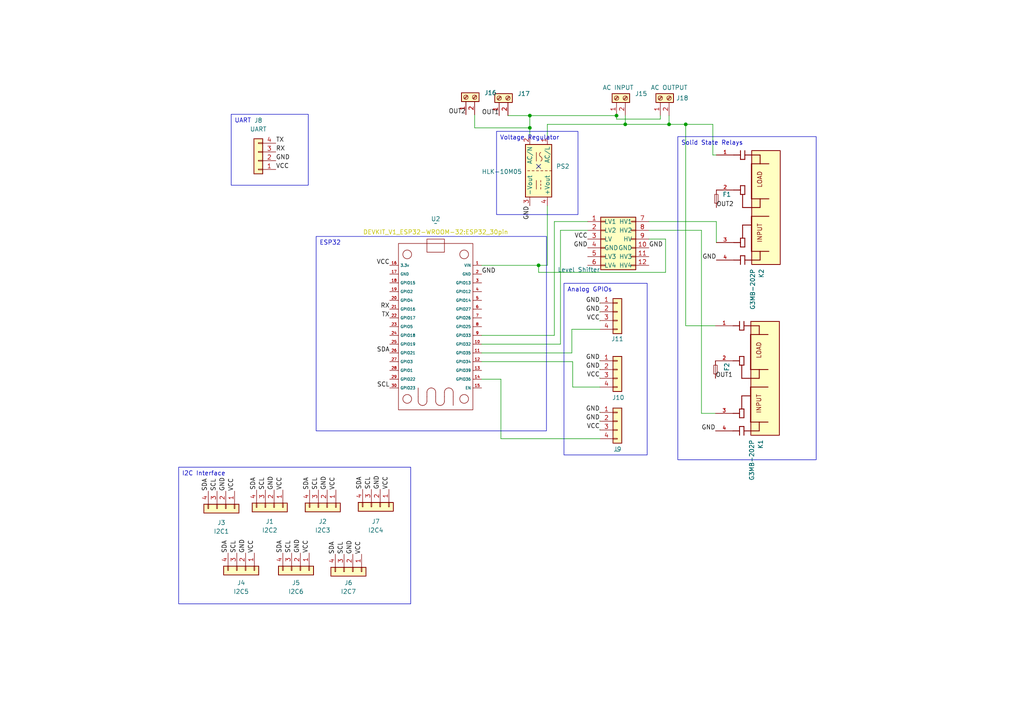
<source format=kicad_sch>
(kicad_sch (version 20250114) (generator "eeschema") (generator_version "9.0")
  (paper "A4")
  (title_block (title "Weather Station") (date "2025-07-21") (company "IIT DELHI"))
  (lib_symbols
    (symbol "Connector:Screw_Terminal_01x02" (pin_names (offset 1.016) (hide yes))
      (property "Reference" "J" (at 0 2.54 0))
      (property "Value" "Screw_Terminal_01x02" (at 0 -5.08 0))
      (symbol "Screw_Terminal_01x02_1_1"
        (rectangle (start -1.27 1.27) (end 1.27 -3.81) (stroke (width 0.254)) (fill (type background)))
        (polyline (pts (xy -0.5334 0.3302) (xy 0.3302 -0.508)) (stroke (width 0.1524)))
        (polyline (pts (xy -0.5334 -2.2098) (xy 0.3302 -3.048)) (stroke (width 0.1524)))
        (polyline (pts (xy -0.3556 0.508) (xy 0.508 -0.3302)) (stroke (width 0.1524)))
        (polyline (pts (xy -0.3556 -2.032) (xy 0.508 -2.8702)) (stroke (width 0.1524)))
        (circle (center 0 0) (radius 0.635) (stroke (width 0.1524)))
        (circle (center 0 -2.54) (radius 0.635) (stroke (width 0.1524)))
        (pin passive line (at -5.08 0 0) (length 3.81) (name "Pin_1") (number "1"))
        (pin passive line (at -5.08 -2.54 0) (length 3.81) (name "Pin_2") (number "2"))
      )
    )
    (symbol "Connector_Generic:Conn_01x04" (pin_names (offset 1.016) (hide yes))
      (property "Reference" "J" (at 0 5.08 0))
      (property "Value" "Conn_01x04" (at 0 -7.62 0))
      (symbol "Conn_01x04_1_1"
        (rectangle (start -1.27 3.81) (end 1.27 -6.35) (stroke (width 0.254)) (fill (type background)))
        (rectangle (start -1.27 2.667) (end 0 2.413) (stroke (width 0.1524)))
        (rectangle (start -1.27 0.127) (end 0 -0.127) (stroke (width 0.1524)))
        (rectangle (start -1.27 -2.413) (end 0 -2.667) (stroke (width 0.1524)))
        (rectangle (start -1.27 -4.953) (end 0 -5.207) (stroke (width 0.1524)))
        (pin passive line (at -5.08 2.54 0) (length 3.81) (name "Pin_1") (number "1"))
        (pin passive line (at -5.08 0 0) (length 3.81) (name "Pin_2") (number "2"))
        (pin passive line (at -5.08 -2.54 0) (length 3.81) (name "Pin_3") (number "3"))
        (pin passive line (at -5.08 -5.08 0) (length 3.81) (name "Pin_4") (number "4"))
      )
    )
    (symbol "Converter_ACDC:HLK-10M05"
      (property "Reference" "PS" (at 0 5.08 0))
      (property "Value" "HLK-10M05" (at 0 -5.08 0))
      (symbol "HLK-10M05_0_1"
        (rectangle (start -7.62 3.81) (end 7.62 -3.81) (stroke (width 0.254)) (fill (type background)))
        (polyline (pts (xy -5.334 -0.635) (xy -2.794 -0.635)))
        (arc (start -4.064 0.635) (mid -4.699 0.2495) (end -5.334 0.635))
        (arc (start -4.064 0.635) (mid -3.429 1.0072) (end -2.794 0.635))
        (polyline (pts (xy 0 3.81) (xy 0 3.175)))
        (polyline (pts (xy 0 2.54) (xy 0 1.905)))
        (polyline (pts (xy 0 1.27) (xy 0 0.635)))
        (polyline (pts (xy 0 0) (xy 0 -0.635)))
        (polyline (pts (xy 0 -1.27) (xy 0 -1.905)))
        (polyline (pts (xy 0 -2.54) (xy 0 -3.175)))
        (polyline (pts (xy 2.794 0.635) (xy 3.302 0.635)))
        (polyline (pts (xy 2.794 -0.635) (xy 5.334 -0.635)))
        (polyline (pts (xy 3.81 0.635) (xy 4.318 0.635)))
        (polyline (pts (xy 4.826 0.635) (xy 5.334 0.635)))
      )
      (symbol "HLK-10M05_1_1"
        (pin power_in line (at -10.16 2.54 0) (length 2.54) (name "AC/L") (number "1"))
        (pin power_in line (at -10.16 -2.54 0) (length 2.54) (name "AC/N") (number "2"))
        (pin power_out line (at 10.16 2.54 180) (length 2.54) (name "+Vout") (number "4"))
        (pin power_out line (at 10.16 -2.54 180) (length 2.54) (name "-Vout") (number "3"))
      )
    )
    (symbol "Device:Fuse_Small" (pin_numbers (hide yes)) (pin_names (offset 0.254) (hide yes))
      (property "Reference" "F" (at 0 -1.524 0))
      (property "Value" "Fuse_Small" (at 0 1.524 0))
      (symbol "Fuse_Small_0_1"
        (rectangle (start -1.27 0.508) (end 1.27 -0.508))
        (polyline (pts (xy -1.27 0) (xy 1.27 0)))
      )
      (symbol "Fuse_Small_1_1"
        (pin passive line (at -2.54 0 0) (length 1.27) (name "~") (number "1"))
        (pin passive line (at 2.54 0 180) (length 1.27) (name "~") (number "2"))
      )
    )
    (symbol "G3MB-202P:G3MB-202P" (pin_names (offset 1.016))
      (property "Reference" "K" (at -4.4597 15.8839 0))
      (property "Value" "G3MB-202P" (at -4.4511 -6.9878 0))
      (symbol "G3MB-202P_0_0"
        (polyline (pts (xy -16.51 5.715) (xy -15.24 5.715)) (stroke (width 0.254)))
        (rectangle (start -16.51 -5.8208) (end 16.51 2.4342) (stroke (width 0.254)) (fill (type background)))
        (polyline (pts (xy -15.24 7.62) (xy -15.24 5.715)) (stroke (width 0.254)))
        (polyline (pts (xy -15.24 5.715) (xy -13.97 5.715)) (stroke (width 0.254)))
        (polyline (pts (xy -15.24 4.445) (xy -16.51 4.445)) (stroke (width 0.254)))
        (polyline (pts (xy -15.24 4.445) (xy -15.24 0)) (stroke (width 0.254)))
        (polyline (pts (xy -13.97 5.715) (xy -13.97 4.445)) (stroke (width 0.254)))
        (polyline (pts (xy -13.97 4.445) (xy -15.24 4.445)) (stroke (width 0.254)))
        (polyline (pts (xy -12.7 2.54) (xy -5.08 2.54)) (stroke (width 0.254)))
        (polyline (pts (xy -12.7 0) (xy -15.24 0)) (stroke (width 0.254)))
        (polyline (pts (xy -12.7 0) (xy -12.7 2.54)) (stroke (width 0.254)))
        (polyline (pts (xy -12.7 -2.54) (xy -12.7 0)) (stroke (width 0.254)))
        (polyline (pts (xy -11.43 5.715) (xy -10.16 5.715)) (stroke (width 0.254)))
        (polyline (pts (xy -11.43 4.445) (xy -11.43 5.715)) (stroke (width 0.254)))
        (polyline (pts (xy -10.16 7.62) (xy -10.16 5.715)) (stroke (width 0.254)))
        (polyline (pts (xy -10.16 5.715) (xy -8.89 5.715)) (stroke (width 0.254)))
        (polyline (pts (xy -8.89 5.715) (xy -8.89 4.445)) (stroke (width 0.254)))
        (polyline (pts (xy -8.89 4.445) (xy -11.43 4.445)) (stroke (width 0.254)))
        (polyline (pts (xy -5.08 5.08) (xy -8.89 5.08)) (stroke (width 0.254)))
        (polyline (pts (xy -5.08 2.54) (xy -5.08 5.08)) (stroke (width 0.254)))
        (polyline (pts (xy -5.08 2.54) (xy -2.54 2.54)) (stroke (width 0.254)))
        (polyline (pts (xy -2.54 2.54) (xy -2.54 -2.54)) (stroke (width 0.254)))
        (polyline (pts (xy 0 5.08) (xy 3.81 5.08)) (stroke (width 0.254)))
        (polyline (pts (xy 0 0) (xy 0 5.08)) (stroke (width 0.254)))
        (polyline (pts (xy 2.54 2.54) (xy 2.54 0)) (stroke (width 0.254)))
        (polyline (pts (xy 2.54 0) (xy 0 0)) (stroke (width 0.254)))
        (polyline (pts (xy 2.54 0) (xy 2.54 -2.54)) (stroke (width 0.254)))
        (polyline (pts (xy 3.81 5.715) (xy 3.81 4.445)) (stroke (width 0.254)))
        (polyline (pts (xy 3.81 4.445) (xy 6.35 4.445)) (stroke (width 0.254)))
        (polyline (pts (xy 5.08 7.62) (xy 5.08 5.715)) (stroke (width 0.254)))
        (polyline (pts (xy 5.08 5.715) (xy 3.81 5.715)) (stroke (width 0.254)))
        (polyline (pts (xy 6.35 5.715) (xy 5.08 5.715)) (stroke (width 0.254)))
        (polyline (pts (xy 6.35 4.445) (xy 6.35 5.715)) (stroke (width 0.254)))
        (polyline (pts (xy 12.7 2.54) (xy 2.54 2.54)) (stroke (width 0.254)))
        (polyline (pts (xy 12.7 0) (xy 12.7 2.54)) (stroke (width 0.254)))
        (polyline (pts (xy 12.7 0) (xy 15.24 0)) (stroke (width 0.254)))
        (polyline (pts (xy 12.7 -2.54) (xy 12.7 0)) (stroke (width 0.254)))
        (polyline (pts (xy 13.97 5.715) (xy 13.97 4.445)) (stroke (width 0.254)))
        (polyline (pts (xy 13.97 4.445) (xy 15.24 4.445)) (stroke (width 0.254)))
        (polyline (pts (xy 15.24 7.62) (xy 15.24 5.715)) (stroke (width 0.254)))
        (polyline (pts (xy 15.24 5.715) (xy 13.97 5.715)) (stroke (width 0.254)))
        (polyline (pts (xy 15.24 4.445) (xy 15.24 0)) (stroke (width 0.254)))
        (polyline (pts (xy 15.24 4.445) (xy 16.51 4.445)) (stroke (width 0.254)))
        (polyline (pts (xy 16.51 5.715) (xy 15.24 5.715)) (stroke (width 0.254)))
        (text "INPUT" (at -10.1712 -0.6357 0) (effects (font (size 1.2714 1.2714)) (justify left bottom)))
        (text "LOAD" (at 5.7234 -0.6359 0) (effects (font (size 1.2719 1.2719)) (justify left bottom)))
        (pin input line (at -15.24 12.7 270) (length 5.08) (name "~") (number "4"))
        (pin input line (at -10.16 12.7 270) (length 5.08) (name "~") (number "3"))
        (pin passive line (at 5.08 12.7 270) (length 5.08) (name "~") (number "2"))
        (pin passive line (at 15.24 12.7 270) (length 5.08) (name "~") (number "1"))
      )
    )
    (symbol "Screw_Terminal_01x02_1" (pin_names (offset 1.016) (hide yes))
      (property "Reference" "J" (at 0 2.54 0))
      (property "Value" "Screw_Terminal_01x02" (at 0 -5.08 0))
      (symbol "Screw_Terminal_01x02_1_1_1"
        (rectangle (start -1.27 1.27) (end 1.27 -3.81) (stroke (width 0.254)) (fill (type background)))
        (polyline (pts (xy -0.5334 0.3302) (xy 0.3302 -0.508)) (stroke (width 0.1524)))
        (polyline (pts (xy -0.5334 -2.2098) (xy 0.3302 -3.048)) (stroke (width 0.1524)))
        (polyline (pts (xy -0.3556 0.508) (xy 0.508 -0.3302)) (stroke (width 0.1524)))
        (polyline (pts (xy -0.3556 -2.032) (xy 0.508 -2.8702)) (stroke (width 0.1524)))
        (circle (center 0 0) (radius 0.635) (stroke (width 0.1524)))
        (circle (center 0 -2.54) (radius 0.635) (stroke (width 0.1524)))
        (pin passive line (at -5.08 0 0) (length 3.81) (name "Pin_1") (number "1"))
        (pin passive line (at -5.08 -2.54 0) (length 3.81) (name "Pin_2") (number "2"))
      )
    )
    (symbol "User:Level_Shifter" (pin_names (offset 1.016))
      (property "Value" "Level Shifter" (at 3.81 -11.43 0))
      (symbol "Level_Shifter_1_1"
        (rectangle (start -1.27 6.35) (end 8.89 -8.89) (stroke (width 0.254)) (fill (type background)))
        (rectangle (start -1.27 5.207) (end 0 4.953) (stroke (width 0.1524)))
        (rectangle (start -1.27 2.667) (end 0 2.413) (stroke (width 0.1524)))
        (rectangle (start -1.27 0.127) (end 0 -0.127) (stroke (width 0.1524)))
        (rectangle (start -1.27 -2.413) (end 0 -2.667) (stroke (width 0.1524)))
        (rectangle (start -1.27 -4.953) (end 0 -5.207) (stroke (width 0.1524)))
        (rectangle (start -1.27 -7.493) (end 0 -7.747) (stroke (width 0.1524)))
        (rectangle (start 8.89 5.207) (end 7.62 4.953) (stroke (width 0.1524)))
        (rectangle (start 8.89 2.667) (end 7.62 2.413) (stroke (width 0.1524)))
        (rectangle (start 8.89 0.127) (end 7.62 -0.127) (stroke (width 0.1524)))
        (rectangle (start 8.89 -2.413) (end 7.62 -2.667) (stroke (width 0.1524)))
        (rectangle (start 8.89 -4.953) (end 7.62 -5.207) (stroke (width 0.1524)))
        (rectangle (start 8.89 -7.493) (end 7.62 -7.747) (stroke (width 0.1524)))
        (pin bidirectional line (at -5.08 5.08 0) (length 3.81) (name "LV1") (number "1"))
        (pin bidirectional line (at -5.08 2.54 0) (length 3.81) (name "LV2") (number "2"))
        (pin power_in line (at -5.08 0 0) (length 3.81) (name "LV") (number "3"))
        (pin power_in line (at -5.08 -2.54 0) (length 3.81) (name "GND") (number "4"))
        (pin bidirectional line (at -5.08 -5.08 0) (length 3.81) (name "LV3") (number "5"))
        (pin bidirectional line (at -5.08 -7.62 0) (length 3.81) (name "LV4") (number "6"))
        (pin passive line (at 12.7 5.08 180) (length 3.81) (name "HV1") (number "7"))
        (pin bidirectional line (at 12.7 2.54 180) (length 3.81) (name "HV2") (number "8"))
        (pin power_in line (at 12.7 0 180) (length 3.81) (name "HV") (number "9"))
        (pin power_in line (at 12.7 -2.54 180) (length 3.81) (name "GND") (number "10"))
        (pin bidirectional line (at 12.7 -5.08 180) (length 3.81) (name "HV3") (number "11"))
        (pin bidirectional line (at 12.7 -7.62 180) (length 3.81) (name "HV4") (number "12"))
      )
    )
    (symbol "esp32_30pin:ESP32_30Pin"
      (property "Reference" "U" (at 0 0 0))
      (property "Footprint" "ESP32_30pin" (at 0 -2.54 0))
      (symbol "ESP32_30Pin_0_1"
        (rectangle (start -24.13 10.795) (end 24.13 -10.795))
        (polyline (pts (xy -21.59 5.08) (xy -20.32 5.08)))
        (polyline (pts (xy -21.59 2.54) (xy -20.32 2.54)))
        (polyline (pts (xy -21.59 0) (xy -20.32 0)))
        (polyline (pts (xy -21.59 -2.54) (xy -20.32 -2.54)))
        (arc (start -21.5975 2.5325) (mid -22.4933 2.9067) (end -22.8675 3.8025))
        (arc (start -21.5975 -2.5475) (mid -22.4933 -2.1733) (end -22.8675 -1.2775))
        (arc (start -22.86 3.81) (mid -22.4873 4.7073) (end -21.59 5.08))
        (arc (start -22.86 -1.27) (mid -22.4873 -0.3727) (end -21.59 0))
        (circle (center -20.955 8.255) (radius 1.27))
        (circle (center -20.955 -8.255) (radius 1.27))
        (polyline (pts (xy -20.32 5.08) (xy -17.78 5.08)))
        (polyline (pts (xy -20.32 -5.08) (xy -22.86 -5.08)))
        (arc (start -17.7775 1.2675) (mid -18.1502 0.3702) (end -19.0475 -0.0025))
        (arc (start -17.7775 -3.8125) (mid -18.1502 -4.7098) (end -19.0475 -5.0825))
        (arc (start -19.04 2.545) (mid -18.1442 2.1708) (end -17.77 1.275))
        (arc (start -19.04 -2.535) (mid -18.1442 -2.9092) (end -17.77 -3.805))
        (polyline (pts (xy -19.0475 2.5375) (xy -20.3175 2.5375)))
        (polyline (pts (xy -19.0475 -0.0025) (xy -20.3175 -0.0025)))
        (polyline (pts (xy -19.0475 -2.5425) (xy -20.3175 -2.5425)))
        (polyline (pts (xy -19.0475 -5.0825) (xy -20.3175 -5.0825)))
        (circle (center 20.955 8.255) (radius 1.27))
        (circle (center 20.955 -8.255) (radius 1.27))
        (rectangle (start 21.59 2.54) (end 25.4 -2.54))
      )
      (symbol "ESP32_30Pin_1_1"
        (pin bidirectional line (at -17.78 13.335 270) (length 2.54) (name "GPIO23") (number "30"))
        (pin bidirectional line (at -17.78 -13.335 90) (length 2.54) (name "EN") (number "15"))
        (pin bidirectional line (at -15.24 13.335 270) (length 2.54) (name "GPIO22") (number "29"))
        (pin bidirectional line (at -15.24 -13.335 90) (length 2.54) (name "GPIO36") (number "14"))
        (pin bidirectional line (at -12.7 13.335 270) (length 2.54) (name "GPIO1") (number "28"))
        (pin bidirectional line (at -12.7 -13.335 90) (length 2.54) (name "GPIO39") (number "13"))
        (pin bidirectional line (at -10.16 13.335 270) (length 2.54) (name "GPIO3") (number "27"))
        (pin bidirectional line (at -10.16 -13.335 90) (length 2.54) (name "GPIO34") (number "12"))
        (pin bidirectional line (at -7.62 13.335 270) (length 2.54) (name "GPIO21") (number "26"))
        (pin bidirectional line (at -7.62 -13.335 90) (length 2.54) (name "GPIO35") (number "11"))
        (pin bidirectional line (at -5.08 13.335 270) (length 2.54) (name "GPIO19") (number "25"))
        (pin bidirectional line (at -5.08 -13.335 90) (length 2.54) (name "GPIO32") (number "10"))
        (pin bidirectional line (at -2.54 13.335 270) (length 2.54) (name "GPIO18") (number "24"))
        (pin bidirectional line (at -2.54 -13.335 90) (length 2.54) (name "GPIO33") (number "9"))
        (pin bidirectional line (at 0 13.335 270) (length 2.54) (name "GPIO5") (number "23"))
        (pin bidirectional line (at 0 -13.335 90) (length 2.54) (name "GPIO25") (number "8"))
        (pin bidirectional line (at 2.54 13.335 270) (length 2.54) (name "GPIO17") (number "22"))
        (pin bidirectional line (at 2.54 -13.335 90) (length 2.54) (name "GPIO26") (number "7"))
        (pin bidirectional line (at 5.08 13.335 270) (length 2.54) (name "GPIO16") (number "21"))
        (pin bidirectional line (at 5.08 -13.335 90) (length 2.54) (name "GPIO27") (number "6"))
        (pin bidirectional line (at 7.62 13.335 270) (length 2.54) (name "GPIO4") (number "20"))
        (pin bidirectional line (at 7.62 -13.335 90) (length 2.54) (name "GPIO14") (number "5"))
        (pin bidirectional line (at 10.16 13.335 270) (length 2.54) (name "GPIO2") (number "19"))
        (pin bidirectional line (at 10.16 -13.335 90) (length 2.54) (name "GPIO12") (number "4"))
        (pin bidirectional line (at 12.7 13.335 270) (length 2.54) (name "GPIO15") (number "18"))
        (pin bidirectional line (at 12.7 -13.335 90) (length 2.54) (name "GPIO13") (number "3"))
        (pin power_in line (at 15.24 13.335 270) (length 2.54) (name "GND") (number "17"))
        (pin bidirectional line (at 15.24 -13.335 90) (length 2.54) (name "GND") (number "2"))
        (pin output line (at 17.78 13.335 270) (length 2.54) (name "3.3v") (number "16"))
        (pin power_out line (at 17.78 -13.335 90) (length 2.54) (name "VIN") (number "1"))
      )
    )
  )
  (text_box "Solid State Relays" (at 196.596 39.624 0) (size 40.132 93.726) (margins 0.9525 0.9525 0.9525 0.9525) (effects (font (size 1.27 1.27)) (justify left top)))
  (text_box "I2C Interface" (at 51.816 135.509 0) (size 67.31 39.624) (margins 0.9525 0.9525 0.9525 0.9525) (effects (font (size 1.27 1.27)) (justify left top)))
  (text_box "UART" (at 67.056 33.147 0) (size 22.352 20.574) (margins 0.9525 0.9525 0.9525 0.9525) (effects (font (size 1.27 1.27)) (justify left top)))
  (text_box "Analog GPIOs" (at 163.576 82.169 0) (size 24.13 49.784) (margins 0.9525 0.9525 0.9525 0.9525) (effects (font (size 1.27 1.27)) (justify left top)))
  (text_box "Voltage Regulator" (at 144.018 38.1 0) (size 23.622 24.13) (margins 0.9525 0.9525 0.9525 0.9525) (effects (font (size 1.27 1.27)) (justify left top)))
  (text_box "ESP32" (at 91.694 68.58 0) (size 66.802 56.388) (margins 0.9525 0.9525 0.9525 0.9525) (effects (font (size 1.27 1.27)) (justify left top)))
  (junction (at 156.21 76.962))
  (junction (at 194.056 36.068))
  (junction (at 153.67 37.084))
  (junction (at 198.882 36.068))
  (junction (at 178.816 33.528))
  (junction (at 153.67 33.528))
  (junction (at 181.356 36.068))
  (no_connect (at 156.21 48.26))
  (wire (pts (xy 162.56 66.802) (xy 162.56 99.822)))
  (wire (pts (xy 153.67 33.528) (xy 178.816 33.528)))
  (wire (pts (xy 170.434 66.802) (xy 162.56 66.802)))
  (wire (pts (xy 165.862 95.504) (xy 165.862 102.362)))
  (wire (pts (xy 160.782 64.262) (xy 170.434 64.262)))
  (wire (pts (xy 145.288 127.254) (xy 145.288 109.982)))
  (wire (pts (xy 198.882 36.068) (xy 198.882 94.488)))
  (wire (pts (xy 153.67 37.084) (xy 153.67 39.37)))
  (wire (pts (xy 160.782 97.282) (xy 139.7 97.282)))
  (wire (pts (xy 165.862 102.362) (xy 139.7 102.362)))
  (wire (pts (xy 207.518 94.488) (xy 198.882 94.488)))
  (wire (pts (xy 206.756 36.068) (xy 198.882 36.068)))
  (wire (pts (xy 173.99 90.424) (xy 173.99 90.551)))
  (wire (pts (xy 193.04 69.342) (xy 193.04 78.994)))
  (wire (pts (xy 181.356 36.068) (xy 181.356 33.528)))
  (wire (pts (xy 173.99 109.728) (xy 173.99 109.601)))
  (wire (pts (xy 194.056 36.068) (xy 198.882 36.068)))
  (wire (pts (xy 158.75 59.69) (xy 158.75 76.962)))
  (wire (pts (xy 193.04 78.994) (xy 156.21 78.994)))
  (wire (pts (xy 173.99 119.634) (xy 173.99 119.507)))
  (wire (pts (xy 207.772 64.262) (xy 207.772 70.358)))
  (wire (pts (xy 145.288 109.982) (xy 139.7 109.982)))
  (wire (pts (xy 158.75 36.068) (xy 181.356 36.068)))
  (wire (pts (xy 173.99 107.188) (xy 173.99 107.061)))
  (wire (pts (xy 158.75 36.068) (xy 158.75 39.37)))
  (wire (pts (xy 207.772 44.958) (xy 206.756 44.958)))
  (wire (pts (xy 147.32 33.528) (xy 153.67 33.528)))
  (wire (pts (xy 178.816 34.544) (xy 191.516 34.544)))
  (wire (pts (xy 188.214 64.262) (xy 207.772 64.262)))
  (wire (pts (xy 153.67 33.528) (xy 153.67 37.084)))
  (wire (pts (xy 203.454 119.888) (xy 207.518 119.888)))
  (wire (pts (xy 173.99 122.174) (xy 173.99 122.047)))
  (wire (pts (xy 156.21 78.994) (xy 156.21 76.962)))
  (wire (pts (xy 173.99 112.268) (xy 166.116 112.268)))
  (wire (pts (xy 194.056 33.528) (xy 194.056 36.068)))
  (wire (pts (xy 178.816 33.528) (xy 178.816 34.544)))
  (wire (pts (xy 173.99 92.964) (xy 173.99 93.091)))
  (wire (pts (xy 173.99 104.648) (xy 173.99 104.521)))
  (wire (pts (xy 139.7 99.822) (xy 162.56 99.822)))
  (wire (pts (xy 206.756 44.958) (xy 206.756 36.068)))
  (wire (pts (xy 137.668 33.274) (xy 137.668 37.084)))
  (wire (pts (xy 188.214 69.342) (xy 193.04 69.342)))
  (wire (pts (xy 139.7 76.962) (xy 156.21 76.962)))
  (wire (pts (xy 173.99 124.714) (xy 173.99 124.587)))
  (wire (pts (xy 173.99 127.254) (xy 145.288 127.254)))
  (wire (pts (xy 203.454 66.802) (xy 203.454 119.888)))
  (wire (pts (xy 156.21 76.962) (xy 158.75 76.962)))
  (wire (pts (xy 181.356 36.068) (xy 194.056 36.068)))
  (wire (pts (xy 191.516 33.528) (xy 191.516 34.544)))
  (wire (pts (xy 137.668 37.084) (xy 153.67 37.084)))
  (wire (pts (xy 173.99 95.504) (xy 165.862 95.504)))
  (wire (pts (xy 166.116 104.902) (xy 139.7 104.902)))
  (wire (pts (xy 166.116 112.268) (xy 166.116 104.902)))
  (wire (pts (xy 160.782 64.262) (xy 160.782 97.282)))
  (wire (pts (xy 188.214 66.802) (xy 203.454 66.802)))
  (wire (pts (xy 173.99 87.884) (xy 173.99 88.011)))
  (image (at 225.298 -80.772) (scale 2.9378))
  (label "GND" (at 173.99 88.011 180))
  (label "SCL" (at 62.9469 142.444 90))
  (label "SCL" (at 107.7222 141.9313 90))
  (label "GND" (at 173.99 119.507 180))
  (label "SCL" (at 92.3414 142.1022 90))
  (label "SDA" (at 105.1822 141.9313 90))
  (label "GND" (at 94.8814 142.1022 90))
  (label "VCC" (at 173.99 124.587 180))
  (label "VCC" (at 89.662 160.401 90))
  (label "SDA" (at 74.422 142.113 90))
  (label "VCC" (at 68.0269 142.444 90))
  (label "GND" (at 173.99 107.061 180))
  (label "GND" (at 80.01 46.609 0))
  (label "SDA" (at 97.252 160.7428 90))
  (label "GND" (at 79.502 142.113 90))
  (label "TX" (at 80.01 41.529 0))
  (label "TX" (at 113.03 92.202 180))
  (label "VCC" (at 173.99 93.091 180))
  (label "SCL" (at 113.03 112.522 180))
  (label "GND" (at 173.99 90.551 180))
  (label "SCL" (at 68.6885 160.401 90))
  (label "OUT2" (at 207.772 60.198 0))
  (label "OUT1" (at 144.78 33.528 180))
  (label "GND" (at 207.518 124.968 180))
  (label "GND" (at 71.2285 160.401 90))
  (label "GND" (at 173.99 122.047 180))
  (label "GND" (at 170.434 71.882 180))
  (label "VCC" (at 173.99 109.601 180))
  (label "GND" (at 139.7 79.502 0))
  (label "GND" (at 87.122 160.401 90))
  (label "SDA" (at 82.042 160.401 90))
  (label "VCC" (at 112.8022 141.9313 90))
  (label "VCC" (at 73.7685 160.401 90))
  (label "VCC" (at 80.01 49.149 0))
  (label "SDA" (at 60.4069 142.444 90))
  (label "OUT2" (at 135.128 33.274 180))
  (label "VCC" (at 113.03 76.962 180))
  (label "SDA" (at 66.1485 160.401 90))
  (label "SCL" (at 99.792 160.7428 90))
  (label "VCC" (at 170.434 69.342 180))
  (label "GND" (at 188.214 71.882 0))
  (label "GND" (at 65.4869 142.444 90))
  (label "RX" (at 113.03 89.662 180))
  (label "GND" (at 102.332 160.7428 90))
  (label "RX" (at 80.01 44.069 0))
  (label "SDA" (at 89.8014 142.1022 90))
  (label "SDA" (at 113.03 102.362 180))
  (label "GND" (at 153.67 59.69 270))
  (label "SCL" (at 76.962 142.113 90))
  (label "VCC" (at 82.042 142.113 90))
  (label "GND" (at 110.2622 141.9313 90))
  (label "GND" (at 173.99 104.521 180))
  (label "VCC" (at 97.4214 142.1022 90))
  (label "VCC" (at 104.872 160.7428 90))
  (label "SCL" (at 84.582 160.401 90))
  (label "OUT1" (at 207.518 109.728 0))
  (label "GND" (at 207.772 75.438 180))
  (symbol (lib_id "Connector_Generic:Conn_01x04") (at 71.2285 165.481 270) (unit 1)
    (property "Reference" "J4" (at 69.9585 169.037 90))
    (property "Value" "I2C5" (at 69.9585 171.577 90))
    (property "Footprint" "Connector_JST:JST_XH_B4B-XH-A_1x04_P2.50mm_Vertical" (effects (hide yes)))
    (property "Description" "Generic connector, single row, 01x04, script generated (kicad-library-utils/schlib/autogen/connector/)" (effects (hide yes)))
  )
  (symbol (lib_id "G3MB-202P:G3MB-202P") (at 220.472 60.198 90) (unit 1)
    (property "Reference" "K2" (at 220.8425 77.978 0) (effects (justify right)))
    (property "Value" "G3MB-202P" (at 218.3025 77.978 0) (effects (justify right)))
    (property "Footprint" "G3MB-202P:RELAY_G3MB202PDC12" (effects (hide yes)))
    (property "MF" "Omron Automation" (effects (hide yes)))
    (property "MAXIMUM_PACKAGE_HEIGHT" "20.5mm" (effects (hide yes)))
    (property "Package" "SIP-4 Omron Automation" (effects (hide yes)))
    (property "Price" "None" (effects (hide yes)))
    (property "Check_prices" "https://www.snapeda.com/parts/G3MB-202P/Omron/view-part/?ref=eda" (effects (hide yes)))
    (property "STANDARD" "Manufacturer Recommendations" (effects (hide yes)))
    (property "PARTREV" "J091-E1-1A" (effects (hide yes)))
    (property "SnapEDA_Link" "https://www.snapeda.com/parts/G3MB-202P/Omron/view-part/?ref=snap" (effects (hide yes)))
    (property "MP" "G3MB-202P" (effects (hide yes)))
    (property "Description_1" "Solid State  SPST-NO (1 Form A) 4-SIP" (effects (hide yes)))
    (property "Availability" "Not in stock" (effects (hide yes)))
    (property "MANUFACTURER" "Omron Automation and Safety" (effects (hide yes)))
  )
  (symbol (lib_id "Connector_Generic:Conn_01x04") (at 179.07 122.174 0) (unit 1)
    (property "Reference" "J9" (at 179.07 130.302 0))
    (property "Value" "~" (at 179.07 130.81 0))
    (property "Footprint" "Connector_JST:JST_XH_B4B-XH-A_1x04_P2.50mm_Vertical" (effects (hide yes)))
    (property "Description" "Generic connector, single row, 01x04, script generated (kicad-library-utils/schlib/autogen/connector/)" (effects (hide yes)))
  )
  (symbol (lib_id "Connector_Generic:Conn_01x04") (at 102.332 165.8228 270) (unit 1)
    (property "Reference" "J6" (at 101.062 169.037 90))
    (property "Value" "I2C7" (at 101.062 171.577 90))
    (property "Footprint" "Connector_JST:JST_XH_B4B-XH-A_1x04_P2.50mm_Vertical" (effects (hide yes)))
    (property "Description" "Generic connector, single row, 01x04, script generated (kicad-library-utils/schlib/autogen/connector/)" (effects (hide yes)))
  )
  (symbol (lib_id "Connector:Screw_Terminal_01x02") (at 144.78 28.448 90) (unit 1)
    (property "Reference" "J17" (at 150.114 27.1779 90) (effects (justify right)))
    (property "Value" "Screw_Terminal_01x02" (effects (hide yes)))
    (property "Footprint" "TerminalBlock_Phoenix:TerminalBlock_Phoenix_MKDS-1,5-2_1x02_P5.00mm_Horizontal" (effects (hide yes)))
    (property "Description" "Generic screw terminal, single row, 01x02, script generated (kicad-library-utils/schlib/autogen/connector/)" (effects (hide yes)))
  )
  (symbol (lib_id "Device:Fuse_Small") (at 207.518 107.188 270) (unit 1)
    (property "Reference" "F2" (at 210.82 106.426 0))
    (property "Value" "Fuse_Small" (effects (hide yes)))
    (property "Footprint" "Fuse:Fuse_1206_3216Metric_Pad1.42x1.75mm_HandSolder" (effects (hide yes)))
    (property "Description" "Fuse, small symbol" (effects (hide yes)))
  )
  (symbol (lib_id "Converter_ACDC:HLK-10M05") (at 156.21 49.53 270) (unit 1)
    (property "Reference" "PS2" (at 161.29 48.2599 90) (effects (justify left)))
    (property "Value" "HLK-10M05" (at 139.7 49.784 90) (effects (justify left)))
    (property "Footprint" "Converter_ACDC:Converter_ACDC_Hi-Link_HLK-10Mxx" (effects (hide yes)))
    (property "Datasheet" "http://h.hlktech.com/download/ACDC%E7%94%B5%E6%BA%90%E6%A8%A1%E5%9D%9710W%E7%B3%BB%E5%88%97/1/%E6%B5%B7%E5%87%8C%E7%A7%9110W%E7%B3%BB%E5%88%97%E7%94%B5%E6%BA%90%E6%A8%A1%E5%9D%97%E8%A7%84%E6%A0%BC%E4%B9%A6V1.8.pdf" (effects (hide yes)))
    (property "Description" "Compact AC/DC board mount power module 10W 5V" (effects (hide yes)))
  )
  (symbol (lib_id "Connector_Generic:Conn_01x04") (at 65.4869 147.524 270) (unit 1)
    (property "Reference" "J3" (at 64.2169 151.588 90))
    (property "Value" "I2C1" (at 64.2169 154.128 90))
    (property "Footprint" "Connector_JST:JST_XH_B4B-XH-A_1x04_P2.50mm_Vertical" (effects (hide yes)))
    (property "Description" "Generic connector, single row, 01x04, script generated (kicad-library-utils/schlib/autogen/connector/)" (effects (hide yes)))
  )
  (symbol (lib_id "Connector_Generic:Conn_01x04") (at 79.502 147.193 270) (unit 1)
    (property "Reference" "J1" (at 78.232 151.257 90))
    (property "Value" "I2C2" (at 78.232 153.797 90))
    (property "Footprint" "Connector_JST:JST_XH_B4B-XH-A_1x04_P2.50mm_Vertical" (effects (hide yes)))
    (property "Description" "Generic connector, single row, 01x04, script generated (kicad-library-utils/schlib/autogen/connector/)" (effects (hide yes)))
  )
  (symbol (lib_id "Connector:Screw_Terminal_01x02") (at 178.816 28.448 90) (unit 1)
    (property "Reference" "J15" (at 184.15 27.1779 90) (effects (justify right)))
    (property "Value" "AC INPUT" (at 174.752 25.4 90) (effects (justify right)))
    (property "Footprint" "TerminalBlock_Phoenix:TerminalBlock_Phoenix_MKDS-1,5-2_1x02_P5.00mm_Horizontal" (effects (hide yes)))
    (property "Description" "Generic screw terminal, single row, 01x02, script generated (kicad-library-utils/schlib/autogen/connector/)" (effects (hide yes)))
  )
  (symbol (lib_id "User:Level_Shifter") (at 175.514 69.342 0) (unit 1)
    (property "Reference" "J14" (effects (hide yes)))
    (property "Value" "Level Shifter" (at 167.894 78.232 0))
    (property "Footprint" "USERMADE:I2c Level Shifter" (effects (hide yes)))
    (property "Description" "Generic connector, double row, 02x06, top/bottom pin numbering scheme (row 1: 1...pins_per_row, row2: pins_per_row+1 ... num_pins), script generated (kicad-library-utils/schlib/autogen/connector/)" (effects (hide yes)))
  )
  (symbol (lib_id "Connector_Generic:Conn_01x04") (at 179.07 90.424 0) (unit 1)
    (property "Reference" "J11" (at 179.07 98.298 0))
    (property "Value" "I2C4" (effects (hide yes)))
    (property "Footprint" "Connector_JST:JST_XH_B4B-XH-A_1x04_P2.50mm_Vertical" (effects (hide yes)))
    (property "Description" "Generic connector, single row, 01x04, script generated (kicad-library-utils/schlib/autogen/connector/)" (effects (hide yes)))
  )
  (symbol (lib_id "Connector_Generic:Conn_01x04") (at 87.122 165.481 270) (unit 1)
    (property "Reference" "J5" (at 85.852 169.037 90))
    (property "Value" "I2C6" (at 85.852 171.577 90))
    (property "Footprint" "Connector_JST:JST_XH_B4B-XH-A_1x04_P2.50mm_Vertical" (effects (hide yes)))
    (property "Description" "Generic connector, single row, 01x04, script generated (kicad-library-utils/schlib/autogen/connector/)" (effects (hide yes)))
  )
  (symbol (lib_id "Device:Fuse_Small") (at 207.772 57.658 90) (unit 1)
    (property "Reference" "F1" (at 209.55 56.3879 90) (effects (justify right)))
    (property "Value" "Fuse_Small" (effects (hide yes)))
    (property "Footprint" "Fuse:Fuse_1206_3216Metric_Pad1.42x1.75mm_HandSolder" (effects (hide yes)))
    (property "Description" "Fuse, small symbol" (effects (hide yes)))
  )
  (symbol (lib_id "Connector_Generic:Conn_01x04") (at 94.8814 147.1822 270) (unit 1)
    (property "Reference" "J2" (at 93.6114 151.257 90))
    (property "Value" "I2C3" (at 93.6114 153.797 90))
    (property "Footprint" "Connector_JST:JST_XH_B4B-XH-A_1x04_P2.50mm_Vertical" (effects (hide yes)))
    (property "Description" "Generic connector, single row, 01x04, script generated (kicad-library-utils/schlib/autogen/connector/)" (effects (hide yes)))
  )
  (symbol (lib_id "G3MB-202P:G3MB-202P") (at 220.218 109.728 90) (unit 1)
    (property "Reference" "K1" (at 220.5885 127.508 0) (effects (justify right)))
    (property "Value" "G3MB-202P" (at 218.0485 127.508 0) (effects (justify right)))
    (property "Footprint" "G3MB-202P:RELAY_G3MB202PDC12" (effects (hide yes)))
    (property "MF" "Omron Automation" (effects (hide yes)))
    (property "MAXIMUM_PACKAGE_HEIGHT" "20.5mm" (effects (hide yes)))
    (property "Package" "SIP-4 Omron Automation" (effects (hide yes)))
    (property "Price" "None" (effects (hide yes)))
    (property "Check_prices" "https://www.snapeda.com/parts/G3MB-202P/Omron/view-part/?ref=eda" (effects (hide yes)))
    (property "STANDARD" "Manufacturer Recommendations" (effects (hide yes)))
    (property "PARTREV" "J091-E1-1A" (effects (hide yes)))
    (property "SnapEDA_Link" "https://www.snapeda.com/parts/G3MB-202P/Omron/view-part/?ref=snap" (effects (hide yes)))
    (property "MP" "G3MB-202P" (effects (hide yes)))
    (property "Description_1" "Solid State  SPST-NO (1 Form A) 4-SIP" (effects (hide yes)))
    (property "Availability" "Not in stock" (effects (hide yes)))
    (property "MANUFACTURER" "Omron Automation and Safety" (effects (hide yes)))
  )
  (symbol (lib_id "Connector:Screw_Terminal_01x02") (at 135.128 28.194 90) (unit 1)
    (property "Reference" "J16" (at 140.462 26.9239 90) (effects (justify right)))
    (property "Value" "Screw_Terminal_01x02" (effects (hide yes)))
    (property "Footprint" "TerminalBlock_Phoenix:TerminalBlock_Phoenix_MKDS-1,5-2_1x02_P5.00mm_Horizontal" (effects (hide yes)))
    (property "Description" "Generic screw terminal, single row, 01x02, script generated (kicad-library-utils/schlib/autogen/connector/)" (effects (hide yes)))
  )
  (symbol (lib_id "esp32_30pin:ESP32_30Pin") (at 126.365 94.742 90) (unit 1)
    (property "Reference" "U2" (at 126.365 63.5 90))
    (property "Value" "~" (at 126.365 64.77 90))
    (property "Footprint" "DEVKIT_V1_ESP32-WROOM-32:ESP32_30pin" (at 126.365 67.31 90))
  )
  (symbol (lib_id "Connector_Generic:Conn_01x04") (at 179.07 107.188 0) (unit 1)
    (property "Reference" "J10" (at 179.324 115.316 0))
    (property "Value" "I2C4" (effects (hide yes)))
    (property "Footprint" "Connector_JST:JST_XH_B4B-XH-A_1x04_P2.50mm_Vertical" (effects (hide yes)))
    (property "Description" "Generic connector, single row, 01x04, script generated (kicad-library-utils/schlib/autogen/connector/)" (effects (hide yes)))
  )
  (symbol (lib_id "Connector_Generic:Conn_01x04") (at 74.93 46.609 180) (unit 1)
    (property "Reference" "J8" (at 74.93 34.925 0))
    (property "Value" "UART" (at 74.93 37.465 0))
    (property "Footprint" "Connector_JST:JST_XH_B4B-XH-A_1x04_P2.50mm_Vertical" (effects (hide yes)))
    (property "Description" "Generic connector, single row, 01x04, script generated (kicad-library-utils/schlib/autogen/connector/)" (effects (hide yes)))
  )
  (symbol (lib_name "Screw_Terminal_01x02_1") (lib_id "Connector:Screw_Terminal_01x02") (at 191.516 28.448 90) (unit 1)
    (property "Reference" "J18" (at 196.088 28.4479 90) (effects (justify right)))
    (property "Value" "AC OUTPUT" (at 188.722 25.4 90) (effects (justify right)))
    (property "Footprint" "TerminalBlock_Phoenix:TerminalBlock_Phoenix_MKDS-1,5-2_1x02_P5.00mm_Horizontal" (effects (hide yes)))
    (property "Description" "Generic screw terminal, single row, 01x02, script generated (kicad-library-utils/schlib/autogen/connector/)" (effects (hide yes)))
  )
  (symbol (lib_id "Connector_Generic:Conn_01x04") (at 110.2622 147.0113 270) (unit 1)
    (property "Reference" "J7" (at 108.9922 151.257 90))
    (property "Value" "I2C4" (at 108.9922 153.797 90))
    (property "Footprint" "Connector_JST:JST_XH_B4B-XH-A_1x04_P2.50mm_Vertical" (effects (hide yes)))
    (property "Description" "Generic connector, single row, 01x04, script generated (kicad-library-utils/schlib/autogen/connector/)" (effects (hide yes)))
  )
)
</source>
